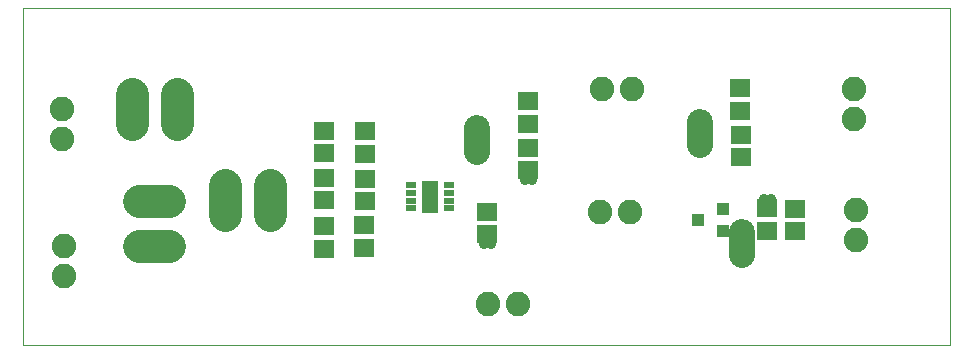
<source format=gts>
G75*
%MOIN*%
%OFA0B0*%
%FSLAX25Y25*%
%IPPOS*%
%LPD*%
%AMOC8*
5,1,8,0,0,1.08239X$1,22.5*
%
%ADD10C,0.00000*%
%ADD11R,0.06706X0.05918*%
%ADD12C,0.08200*%
%ADD13R,0.04343X0.03950*%
%ADD14R,0.07099X0.05918*%
%ADD15C,0.10850*%
%ADD16C,0.08600*%
%ADD17R,0.03556X0.02375*%
%ADD18R,0.05800X0.10800*%
%ADD19C,0.03581*%
D10*
X0006800Y0006800D02*
X0006800Y0119005D01*
X0315855Y0119005D01*
X0315855Y0006800D01*
X0006800Y0006800D01*
D11*
X0107194Y0038769D03*
X0107194Y0046249D03*
X0107194Y0054831D03*
X0107194Y0062312D03*
X0107194Y0070501D03*
X0107194Y0077981D03*
X0120580Y0077902D03*
X0120580Y0070422D03*
X0120580Y0062154D03*
X0120580Y0054674D03*
X0120383Y0046524D03*
X0120383Y0039044D03*
X0161249Y0043493D03*
X0161249Y0050973D03*
X0174910Y0064910D03*
X0174910Y0072391D03*
X0175107Y0080383D03*
X0175107Y0087863D03*
X0245776Y0084753D03*
X0245973Y0076721D03*
X0245973Y0069241D03*
X0245776Y0092233D03*
D12*
X0209792Y0091957D03*
X0199792Y0091957D03*
X0199005Y0051013D03*
X0209005Y0051013D03*
X0171643Y0020383D03*
X0161643Y0020383D03*
X0284320Y0041800D03*
X0284320Y0051800D03*
X0283887Y0082154D03*
X0283887Y0092154D03*
X0019713Y0085422D03*
X0019713Y0075422D03*
X0020304Y0039713D03*
X0020304Y0029713D03*
D13*
X0231721Y0048296D03*
X0239989Y0044556D03*
X0239989Y0052036D03*
D14*
X0254831Y0052272D03*
X0254831Y0044792D03*
X0264083Y0044595D03*
X0264083Y0052076D03*
D15*
X0088946Y0049925D02*
X0088946Y0059975D01*
X0073946Y0059975D02*
X0073946Y0049925D01*
X0055447Y0054772D02*
X0045397Y0054772D01*
X0045397Y0039772D02*
X0055447Y0039772D01*
X0058237Y0080240D02*
X0058237Y0090290D01*
X0043237Y0090290D02*
X0043237Y0080240D01*
D16*
X0158217Y0078850D02*
X0158217Y0071050D01*
X0232391Y0073176D02*
X0232391Y0080976D01*
X0246564Y0044361D02*
X0246564Y0036561D01*
D17*
X0148611Y0052233D03*
X0148611Y0054792D03*
X0148611Y0057351D03*
X0148611Y0059910D03*
X0136209Y0059910D03*
X0136209Y0057351D03*
X0136209Y0054792D03*
X0136209Y0052233D03*
D18*
X0142509Y0055973D03*
D19*
X0142627Y0056997D03*
X0142627Y0059359D03*
X0142627Y0054635D03*
X0142627Y0052272D03*
X0160343Y0040461D03*
X0162706Y0040461D03*
X0173926Y0061721D03*
X0176288Y0061721D03*
X0253650Y0055225D03*
X0256013Y0055225D03*
M02*

</source>
